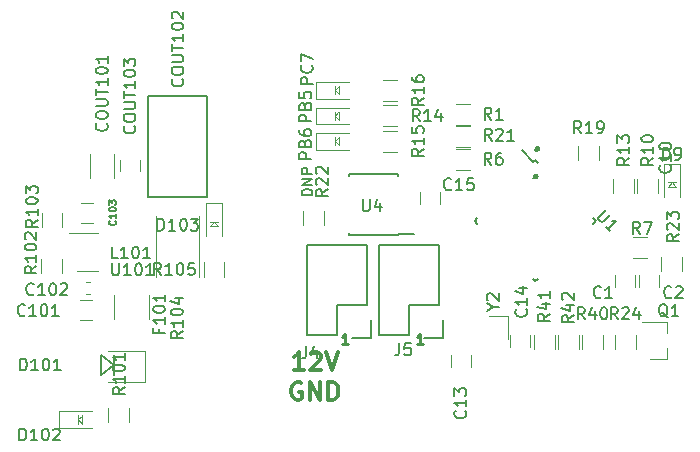
<source format=gbr>
G04 #@! TF.GenerationSoftware,KiCad,Pcbnew,5.1.4-e60b266~84~ubuntu18.04.1*
G04 #@! TF.CreationDate,2019-12-14T18:51:20-05:00*
G04 #@! TF.ProjectId,dashboard_MKV_ewan,64617368-626f-4617-9264-5f4d4b565f65,rev?*
G04 #@! TF.SameCoordinates,Original*
G04 #@! TF.FileFunction,Legend,Top*
G04 #@! TF.FilePolarity,Positive*
%FSLAX46Y46*%
G04 Gerber Fmt 4.6, Leading zero omitted, Abs format (unit mm)*
G04 Created by KiCad (PCBNEW 5.1.4-e60b266~84~ubuntu18.04.1) date 2019-12-14 18:51:20*
%MOMM*%
%LPD*%
G04 APERTURE LIST*
%ADD10C,0.173000*%
%ADD11C,0.300000*%
%ADD12C,0.222600*%
%ADD13C,0.150000*%
%ADD14C,0.120000*%
%ADD15C,0.500000*%
%ADD16C,0.100000*%
%ADD17C,0.200000*%
G04 APERTURE END LIST*
D10*
X194458800Y-75058800D02*
X193568400Y-75058800D01*
X193568400Y-74846800D01*
X193610800Y-74719600D01*
X193695600Y-74634800D01*
X193780400Y-74592400D01*
X193950000Y-74550000D01*
X194077200Y-74550000D01*
X194246800Y-74592400D01*
X194331600Y-74634800D01*
X194416400Y-74719600D01*
X194458800Y-74846800D01*
X194458800Y-75058800D01*
X194458800Y-74168400D02*
X193568400Y-74168400D01*
X194458800Y-73659600D01*
X193568400Y-73659600D01*
X194458800Y-73235600D02*
X193568400Y-73235600D01*
X193568400Y-72896400D01*
X193610800Y-72811600D01*
X193653200Y-72769200D01*
X193738000Y-72726800D01*
X193865200Y-72726800D01*
X193950000Y-72769200D01*
X193992400Y-72811600D01*
X194034800Y-72896400D01*
X194034800Y-73235600D01*
D11*
X193762428Y-89827571D02*
X192905285Y-89827571D01*
X193333857Y-89827571D02*
X193333857Y-88327571D01*
X193191000Y-88541857D01*
X193048142Y-88684714D01*
X192905285Y-88756142D01*
X194333857Y-88470428D02*
X194405285Y-88399000D01*
X194548142Y-88327571D01*
X194905285Y-88327571D01*
X195048142Y-88399000D01*
X195119571Y-88470428D01*
X195191000Y-88613285D01*
X195191000Y-88756142D01*
X195119571Y-88970428D01*
X194262428Y-89827571D01*
X195191000Y-89827571D01*
X195619571Y-88327571D02*
X196119571Y-89827571D01*
X196619571Y-88327571D01*
X193548142Y-90949000D02*
X193405285Y-90877571D01*
X193191000Y-90877571D01*
X192976714Y-90949000D01*
X192833857Y-91091857D01*
X192762428Y-91234714D01*
X192691000Y-91520428D01*
X192691000Y-91734714D01*
X192762428Y-92020428D01*
X192833857Y-92163285D01*
X192976714Y-92306142D01*
X193191000Y-92377571D01*
X193333857Y-92377571D01*
X193548142Y-92306142D01*
X193619571Y-92234714D01*
X193619571Y-91734714D01*
X193333857Y-91734714D01*
X194262428Y-92377571D02*
X194262428Y-90877571D01*
X195119571Y-92377571D01*
X195119571Y-90877571D01*
X195833857Y-92377571D02*
X195833857Y-90877571D01*
X196191000Y-90877571D01*
X196405285Y-90949000D01*
X196548142Y-91091857D01*
X196619571Y-91234714D01*
X196691000Y-91520428D01*
X196691000Y-91734714D01*
X196619571Y-92020428D01*
X196548142Y-92163285D01*
X196405285Y-92306142D01*
X196191000Y-92377571D01*
X195833857Y-92377571D01*
D12*
X203835400Y-87651800D02*
X203326600Y-87651800D01*
X203581000Y-87651800D02*
X203581000Y-86761400D01*
X203496200Y-86888600D01*
X203411400Y-86973400D01*
X203326600Y-87015800D01*
X197485400Y-87651800D02*
X196976600Y-87651800D01*
X197231000Y-87651800D02*
X197231000Y-86761400D01*
X197146200Y-86888600D01*
X197061400Y-86973400D01*
X196976600Y-87015800D01*
D13*
X201719000Y-78394000D02*
X201719000Y-78344000D01*
X197569000Y-78394000D02*
X197569000Y-78249000D01*
X197569000Y-73244000D02*
X197569000Y-73389000D01*
X201719000Y-73244000D02*
X201719000Y-73389000D01*
X201719000Y-78394000D02*
X197569000Y-78394000D01*
X201719000Y-73244000D02*
X197569000Y-73244000D01*
X201719000Y-78344000D02*
X203119000Y-78344000D01*
D14*
X193684000Y-77562000D02*
X193684000Y-76362000D01*
X195444000Y-76362000D02*
X195444000Y-77562000D01*
D15*
X213392840Y-73462253D02*
G75*
G03X213392840Y-73462253I-50801J0D01*
G01*
X213536524Y-71127386D02*
G75*
G03X213536524Y-71127386I-50800J0D01*
G01*
D13*
X213360000Y-72089476D02*
X213200901Y-72248575D01*
X218486524Y-77216000D02*
X218256714Y-77445810D01*
X213360000Y-82342524D02*
X213589810Y-82112714D01*
X208233476Y-77216000D02*
X208463286Y-76986190D01*
X213360000Y-72089476D02*
X213589810Y-72319286D01*
X208233476Y-77216000D02*
X208463286Y-77445810D01*
X213360000Y-82342524D02*
X213130190Y-82112714D01*
X218486524Y-77216000D02*
X218256714Y-76986190D01*
X213200901Y-72248575D02*
X212193274Y-71240948D01*
D16*
X211023000Y-85249000D02*
X209423000Y-85249000D01*
X211023000Y-85249000D02*
X211023000Y-87249000D01*
D14*
X218761200Y-70901000D02*
X218761200Y-72101000D01*
X217001200Y-72101000D02*
X217001200Y-70901000D01*
D13*
X185557800Y-75172700D02*
X180557800Y-75172700D01*
X185557800Y-66672700D02*
X185557800Y-75172700D01*
X180557800Y-66672700D02*
X185557800Y-66672700D01*
X180557800Y-75172700D02*
X180557800Y-66672700D01*
D14*
X174937800Y-77380200D02*
X175937800Y-77380200D01*
X175937800Y-75680200D02*
X174937800Y-75680200D01*
X180664300Y-83531200D02*
X180664300Y-85531200D01*
X177704300Y-85531200D02*
X177704300Y-83531200D01*
X171555520Y-77757580D02*
X171555520Y-76557580D01*
X173315520Y-76557580D02*
X173315520Y-77757580D01*
X173300280Y-80443780D02*
X173300280Y-81643780D01*
X171540280Y-81643780D02*
X171540280Y-80443780D01*
X187041200Y-80741000D02*
X187041200Y-81941000D01*
X185281200Y-81941000D02*
X185281200Y-80741000D01*
X181242880Y-81973800D02*
X181242880Y-76773800D01*
X184882880Y-76773800D02*
X184882880Y-81973800D01*
X174522600Y-81434400D02*
X176322600Y-81434400D01*
X176322600Y-78214400D02*
X173872600Y-78214400D01*
X175687800Y-71553700D02*
X175687800Y-73553700D01*
X177727800Y-73553700D02*
X177727800Y-71553700D01*
X178207300Y-72029700D02*
X178207300Y-73029700D01*
X179907300Y-73029700D02*
X179907300Y-72029700D01*
D17*
X176552300Y-88547700D02*
X177652300Y-89447700D01*
X176552300Y-90247700D02*
X176552300Y-88547700D01*
X177652300Y-89447700D02*
X176552300Y-90247700D01*
X177652300Y-90247700D02*
X177652300Y-88547700D01*
D14*
X180327300Y-90881200D02*
X180327300Y-88214200D01*
X180327300Y-88214200D02*
X177152300Y-88214200D01*
X180327300Y-90881200D02*
X177152300Y-90881200D01*
D16*
X185811200Y-77341000D02*
X186161200Y-77341000D01*
X186161200Y-77341000D02*
X186511200Y-77341000D01*
X185811200Y-77691000D02*
X186161200Y-77341000D01*
X185861200Y-77691000D02*
X185811200Y-77691000D01*
X185811200Y-77691000D02*
X185861200Y-77691000D01*
X186511200Y-77691000D02*
X185861200Y-77691000D01*
X186461200Y-77641000D02*
X186511200Y-77691000D01*
X186161200Y-77341000D02*
X186461200Y-77641000D01*
D14*
X186861200Y-75741000D02*
X185461200Y-75741000D01*
X185461200Y-75741000D02*
X185461200Y-78541000D01*
X186861200Y-75741000D02*
X186861200Y-78541000D01*
D16*
X174653600Y-94380800D02*
X174653600Y-94030800D01*
X174653600Y-94030800D02*
X174653600Y-93680800D01*
X175003600Y-94380800D02*
X174653600Y-94030800D01*
X175003600Y-94330800D02*
X175003600Y-94380800D01*
X175003600Y-94380800D02*
X175003600Y-94330800D01*
X175003600Y-93680800D02*
X175003600Y-94330800D01*
X174953600Y-93730800D02*
X175003600Y-93680800D01*
X174653600Y-94030800D02*
X174953600Y-93730800D01*
D14*
X173053600Y-93330800D02*
X173053600Y-94730800D01*
X173053600Y-94730800D02*
X175853600Y-94730800D01*
X173053600Y-93330800D02*
X175853600Y-93330800D01*
X177199400Y-94275200D02*
X177199400Y-93075200D01*
X178959400Y-93075200D02*
X178959400Y-94275200D01*
X175826800Y-83899640D02*
X174826800Y-83899640D01*
X174826800Y-85599640D02*
X175826800Y-85599640D01*
X175680079Y-83453700D02*
X175354521Y-83453700D01*
X175680079Y-82433700D02*
X175354521Y-82433700D01*
X221830000Y-82796000D02*
X221830000Y-81796000D01*
X220130000Y-81796000D02*
X220130000Y-82796000D01*
X223862000Y-82796000D02*
X223862000Y-81796000D01*
X222162000Y-81796000D02*
X222162000Y-82796000D01*
X206210800Y-88603200D02*
X206210800Y-89603200D01*
X207910800Y-89603200D02*
X207910800Y-88603200D01*
X211240000Y-86876000D02*
X211240000Y-87876000D01*
X212940000Y-87876000D02*
X212940000Y-86876000D01*
X205320000Y-75811000D02*
X205320000Y-74811000D01*
X203620000Y-74811000D02*
X203620000Y-75811000D01*
D16*
X196396000Y-68676000D02*
X196396000Y-68326000D01*
X196396000Y-68326000D02*
X196396000Y-67976000D01*
X196746000Y-68676000D02*
X196396000Y-68326000D01*
X196746000Y-68626000D02*
X196746000Y-68676000D01*
X196746000Y-68676000D02*
X196746000Y-68626000D01*
X196746000Y-67976000D02*
X196746000Y-68626000D01*
X196696000Y-68026000D02*
X196746000Y-67976000D01*
X196396000Y-68326000D02*
X196696000Y-68026000D01*
D14*
X194796000Y-67626000D02*
X194796000Y-69026000D01*
X194796000Y-69026000D02*
X197596000Y-69026000D01*
X194796000Y-67626000D02*
X197596000Y-67626000D01*
X194796000Y-69785000D02*
X197596000Y-69785000D01*
X194796000Y-71185000D02*
X197596000Y-71185000D01*
X194796000Y-69785000D02*
X194796000Y-71185000D01*
D16*
X196396000Y-70485000D02*
X196696000Y-70185000D01*
X196696000Y-70185000D02*
X196746000Y-70135000D01*
X196746000Y-70135000D02*
X196746000Y-70785000D01*
X196746000Y-70835000D02*
X196746000Y-70785000D01*
X196746000Y-70785000D02*
X196746000Y-70835000D01*
X196746000Y-70835000D02*
X196396000Y-70485000D01*
X196396000Y-70485000D02*
X196396000Y-70135000D01*
X196396000Y-70835000D02*
X196396000Y-70485000D01*
D14*
X194796000Y-65467000D02*
X197596000Y-65467000D01*
X194796000Y-66867000D02*
X197596000Y-66867000D01*
X194796000Y-65467000D02*
X194796000Y-66867000D01*
D16*
X196396000Y-66167000D02*
X196696000Y-65867000D01*
X196696000Y-65867000D02*
X196746000Y-65817000D01*
X196746000Y-65817000D02*
X196746000Y-66467000D01*
X196746000Y-66517000D02*
X196746000Y-66467000D01*
X196746000Y-66467000D02*
X196746000Y-66517000D01*
X196746000Y-66517000D02*
X196396000Y-66167000D01*
X196396000Y-66167000D02*
X196396000Y-65817000D01*
X196396000Y-66517000D02*
X196396000Y-66167000D01*
D14*
X225617000Y-72368000D02*
X225617000Y-75168000D01*
X224217000Y-72368000D02*
X224217000Y-75168000D01*
X225617000Y-72368000D02*
X224217000Y-72368000D01*
D16*
X224917000Y-73968000D02*
X225217000Y-74268000D01*
X225217000Y-74268000D02*
X225267000Y-74318000D01*
X225267000Y-74318000D02*
X224617000Y-74318000D01*
X224567000Y-74318000D02*
X224617000Y-74318000D01*
X224617000Y-74318000D02*
X224567000Y-74318000D01*
X224567000Y-74318000D02*
X224917000Y-73968000D01*
X224917000Y-73968000D02*
X225267000Y-73968000D01*
X224567000Y-73968000D02*
X224917000Y-73968000D01*
D13*
X199136000Y-84328000D02*
X199136000Y-79248000D01*
X199416000Y-87148000D02*
X197866000Y-87148000D01*
X196596000Y-86868000D02*
X196596000Y-84328000D01*
X196596000Y-84328000D02*
X199136000Y-84328000D01*
X199136000Y-79248000D02*
X194056000Y-79248000D01*
X194056000Y-79248000D02*
X194056000Y-84328000D01*
X199416000Y-87148000D02*
X199416000Y-85598000D01*
X194056000Y-86868000D02*
X196596000Y-86868000D01*
X194056000Y-84328000D02*
X194056000Y-86868000D01*
X200152000Y-84328000D02*
X200152000Y-86868000D01*
X200152000Y-86868000D02*
X202692000Y-86868000D01*
X205512000Y-87148000D02*
X205512000Y-85598000D01*
X200152000Y-79248000D02*
X200152000Y-84328000D01*
X205232000Y-79248000D02*
X200152000Y-79248000D01*
X202692000Y-84328000D02*
X205232000Y-84328000D01*
X202692000Y-86868000D02*
X202692000Y-84328000D01*
X205512000Y-87148000D02*
X203962000Y-87148000D01*
X205232000Y-84328000D02*
X205232000Y-79248000D01*
D14*
X224534000Y-88956000D02*
X224534000Y-88026000D01*
X224534000Y-85796000D02*
X224534000Y-86726000D01*
X224534000Y-85796000D02*
X222374000Y-85796000D01*
X224534000Y-88956000D02*
X223074000Y-88956000D01*
X206664000Y-67319000D02*
X207864000Y-67319000D01*
X207864000Y-69079000D02*
X206664000Y-69079000D01*
X207864000Y-72889000D02*
X206664000Y-72889000D01*
X206664000Y-71129000D02*
X207864000Y-71129000D01*
X222850000Y-80382000D02*
X221650000Y-80382000D01*
X221650000Y-78622000D02*
X222850000Y-78622000D01*
X222005000Y-74895000D02*
X222005000Y-73695000D01*
X223765000Y-73695000D02*
X223765000Y-74895000D01*
X219973000Y-74895000D02*
X219973000Y-73695000D01*
X221733000Y-73695000D02*
X221733000Y-74895000D01*
X200441000Y-67446000D02*
X201641000Y-67446000D01*
X201641000Y-69206000D02*
X200441000Y-69206000D01*
X201641000Y-71365000D02*
X200441000Y-71365000D01*
X200441000Y-69605000D02*
X201641000Y-69605000D01*
X201641000Y-67047000D02*
X200441000Y-67047000D01*
X200441000Y-65287000D02*
X201641000Y-65287000D01*
X206664000Y-69224000D02*
X207864000Y-69224000D01*
X207864000Y-70984000D02*
X206664000Y-70984000D01*
X224037000Y-81499000D02*
X224037000Y-80299000D01*
X225797000Y-80299000D02*
X225797000Y-81499000D01*
X221860000Y-86903000D02*
X221860000Y-88103000D01*
X220100000Y-88103000D02*
X220100000Y-86903000D01*
X217306000Y-88103000D02*
X217306000Y-86903000D01*
X219066000Y-86903000D02*
X219066000Y-88103000D01*
X213242000Y-88103000D02*
X213242000Y-86903000D01*
X215002000Y-86903000D02*
X215002000Y-88103000D01*
X215274000Y-88103000D02*
X215274000Y-86903000D01*
X217034000Y-86903000D02*
X217034000Y-88103000D01*
D13*
X198755095Y-75398380D02*
X198755095Y-76207904D01*
X198802714Y-76303142D01*
X198850333Y-76350761D01*
X198945571Y-76398380D01*
X199136047Y-76398380D01*
X199231285Y-76350761D01*
X199278904Y-76303142D01*
X199326523Y-76207904D01*
X199326523Y-75398380D01*
X200231285Y-75731714D02*
X200231285Y-76398380D01*
X199993190Y-75350761D02*
X199755095Y-76065047D01*
X200374142Y-76065047D01*
X195778380Y-74556857D02*
X195302190Y-74890190D01*
X195778380Y-75128285D02*
X194778380Y-75128285D01*
X194778380Y-74747333D01*
X194826000Y-74652095D01*
X194873619Y-74604476D01*
X194968857Y-74556857D01*
X195111714Y-74556857D01*
X195206952Y-74604476D01*
X195254571Y-74652095D01*
X195302190Y-74747333D01*
X195302190Y-75128285D01*
X194873619Y-74175904D02*
X194826000Y-74128285D01*
X194778380Y-74033047D01*
X194778380Y-73794952D01*
X194826000Y-73699714D01*
X194873619Y-73652095D01*
X194968857Y-73604476D01*
X195064095Y-73604476D01*
X195206952Y-73652095D01*
X195778380Y-74223523D01*
X195778380Y-73604476D01*
X194873619Y-73223523D02*
X194826000Y-73175904D01*
X194778380Y-73080666D01*
X194778380Y-72842571D01*
X194826000Y-72747333D01*
X194873619Y-72699714D01*
X194968857Y-72652095D01*
X195064095Y-72652095D01*
X195206952Y-72699714D01*
X195778380Y-73271142D01*
X195778380Y-72652095D01*
X219315051Y-76290026D02*
X218742631Y-76862446D01*
X218708959Y-76963461D01*
X218708959Y-77030805D01*
X218742631Y-77131820D01*
X218877318Y-77266507D01*
X218978333Y-77300179D01*
X219045677Y-77300179D01*
X219146692Y-77266507D01*
X219719112Y-76694087D01*
X219719112Y-78108301D02*
X219315051Y-77704240D01*
X219517081Y-77906270D02*
X220224188Y-77199164D01*
X220055829Y-77232835D01*
X219921142Y-77232835D01*
X219820127Y-77199164D01*
X209780190Y-84550190D02*
X210256380Y-84550190D01*
X209256380Y-84883523D02*
X209780190Y-84550190D01*
X209256380Y-84216857D01*
X209351619Y-83931142D02*
X209304000Y-83883523D01*
X209256380Y-83788285D01*
X209256380Y-83550190D01*
X209304000Y-83454952D01*
X209351619Y-83407333D01*
X209446857Y-83359714D01*
X209542095Y-83359714D01*
X209684952Y-83407333D01*
X210256380Y-83978761D01*
X210256380Y-83359714D01*
X217238342Y-69794380D02*
X216905009Y-69318190D01*
X216666914Y-69794380D02*
X216666914Y-68794380D01*
X217047866Y-68794380D01*
X217143104Y-68842000D01*
X217190723Y-68889619D01*
X217238342Y-68984857D01*
X217238342Y-69127714D01*
X217190723Y-69222952D01*
X217143104Y-69270571D01*
X217047866Y-69318190D01*
X216666914Y-69318190D01*
X218190723Y-69794380D02*
X217619295Y-69794380D01*
X217905009Y-69794380D02*
X217905009Y-68794380D01*
X217809771Y-68937238D01*
X217714533Y-69032476D01*
X217619295Y-69080095D01*
X218666914Y-69794380D02*
X218857390Y-69794380D01*
X218952628Y-69746761D01*
X219000247Y-69699142D01*
X219095485Y-69556285D01*
X219143104Y-69365809D01*
X219143104Y-68984857D01*
X219095485Y-68889619D01*
X219047866Y-68842000D01*
X218952628Y-68794380D01*
X218762152Y-68794380D01*
X218666914Y-68842000D01*
X218619295Y-68889619D01*
X218571676Y-68984857D01*
X218571676Y-69222952D01*
X218619295Y-69318190D01*
X218666914Y-69365809D01*
X218762152Y-69413428D01*
X218952628Y-69413428D01*
X219047866Y-69365809D01*
X219095485Y-69318190D01*
X219143104Y-69222952D01*
X183463942Y-65224619D02*
X183511561Y-65272238D01*
X183559180Y-65415095D01*
X183559180Y-65510333D01*
X183511561Y-65653190D01*
X183416323Y-65748428D01*
X183321085Y-65796047D01*
X183130609Y-65843666D01*
X182987752Y-65843666D01*
X182797276Y-65796047D01*
X182702038Y-65748428D01*
X182606800Y-65653190D01*
X182559180Y-65510333D01*
X182559180Y-65415095D01*
X182606800Y-65272238D01*
X182654419Y-65224619D01*
X182559180Y-64605571D02*
X182559180Y-64415095D01*
X182606800Y-64319857D01*
X182702038Y-64224619D01*
X182892514Y-64177000D01*
X183225847Y-64177000D01*
X183416323Y-64224619D01*
X183511561Y-64319857D01*
X183559180Y-64415095D01*
X183559180Y-64605571D01*
X183511561Y-64700809D01*
X183416323Y-64796047D01*
X183225847Y-64843666D01*
X182892514Y-64843666D01*
X182702038Y-64796047D01*
X182606800Y-64700809D01*
X182559180Y-64605571D01*
X182559180Y-63748428D02*
X183368704Y-63748428D01*
X183463942Y-63700809D01*
X183511561Y-63653190D01*
X183559180Y-63557952D01*
X183559180Y-63367476D01*
X183511561Y-63272238D01*
X183463942Y-63224619D01*
X183368704Y-63177000D01*
X182559180Y-63177000D01*
X182559180Y-62843666D02*
X182559180Y-62272238D01*
X183559180Y-62557952D02*
X182559180Y-62557952D01*
X183559180Y-61415095D02*
X183559180Y-61986523D01*
X183559180Y-61700809D02*
X182559180Y-61700809D01*
X182702038Y-61796047D01*
X182797276Y-61891285D01*
X182844895Y-61986523D01*
X182559180Y-60796047D02*
X182559180Y-60700809D01*
X182606800Y-60605571D01*
X182654419Y-60557952D01*
X182749657Y-60510333D01*
X182940133Y-60462714D01*
X183178228Y-60462714D01*
X183368704Y-60510333D01*
X183463942Y-60557952D01*
X183511561Y-60605571D01*
X183559180Y-60700809D01*
X183559180Y-60796047D01*
X183511561Y-60891285D01*
X183463942Y-60938904D01*
X183368704Y-60986523D01*
X183178228Y-61034142D01*
X182940133Y-61034142D01*
X182749657Y-60986523D01*
X182654419Y-60938904D01*
X182606800Y-60891285D01*
X182559180Y-60796047D01*
X182654419Y-60081761D02*
X182606800Y-60034142D01*
X182559180Y-59938904D01*
X182559180Y-59700809D01*
X182606800Y-59605571D01*
X182654419Y-59557952D01*
X182749657Y-59510333D01*
X182844895Y-59510333D01*
X182987752Y-59557952D01*
X183559180Y-60129380D01*
X183559180Y-59510333D01*
X177811085Y-77204828D02*
X177839657Y-77233400D01*
X177868228Y-77319114D01*
X177868228Y-77376257D01*
X177839657Y-77461971D01*
X177782514Y-77519114D01*
X177725371Y-77547685D01*
X177611085Y-77576257D01*
X177525371Y-77576257D01*
X177411085Y-77547685D01*
X177353942Y-77519114D01*
X177296800Y-77461971D01*
X177268228Y-77376257D01*
X177268228Y-77319114D01*
X177296800Y-77233400D01*
X177325371Y-77204828D01*
X177868228Y-76633400D02*
X177868228Y-76976257D01*
X177868228Y-76804828D02*
X177268228Y-76804828D01*
X177353942Y-76861971D01*
X177411085Y-76919114D01*
X177439657Y-76976257D01*
X177268228Y-76261971D02*
X177268228Y-76204828D01*
X177296800Y-76147685D01*
X177325371Y-76119114D01*
X177382514Y-76090542D01*
X177496800Y-76061971D01*
X177639657Y-76061971D01*
X177753942Y-76090542D01*
X177811085Y-76119114D01*
X177839657Y-76147685D01*
X177868228Y-76204828D01*
X177868228Y-76261971D01*
X177839657Y-76319114D01*
X177811085Y-76347685D01*
X177753942Y-76376257D01*
X177639657Y-76404828D01*
X177496800Y-76404828D01*
X177382514Y-76376257D01*
X177325371Y-76347685D01*
X177296800Y-76319114D01*
X177268228Y-76261971D01*
X177268228Y-75861971D02*
X177268228Y-75490542D01*
X177496800Y-75690542D01*
X177496800Y-75604828D01*
X177525371Y-75547685D01*
X177553942Y-75519114D01*
X177611085Y-75490542D01*
X177753942Y-75490542D01*
X177811085Y-75519114D01*
X177839657Y-75547685D01*
X177868228Y-75604828D01*
X177868228Y-75776257D01*
X177839657Y-75833400D01*
X177811085Y-75861971D01*
X181485371Y-86412714D02*
X181485371Y-86746047D01*
X182009180Y-86746047D02*
X181009180Y-86746047D01*
X181009180Y-86269857D01*
X182009180Y-85365095D02*
X182009180Y-85936523D01*
X182009180Y-85650809D02*
X181009180Y-85650809D01*
X181152038Y-85746047D01*
X181247276Y-85841285D01*
X181294895Y-85936523D01*
X181009180Y-84746047D02*
X181009180Y-84650809D01*
X181056800Y-84555571D01*
X181104419Y-84507952D01*
X181199657Y-84460333D01*
X181390133Y-84412714D01*
X181628228Y-84412714D01*
X181818704Y-84460333D01*
X181913942Y-84507952D01*
X181961561Y-84555571D01*
X182009180Y-84650809D01*
X182009180Y-84746047D01*
X181961561Y-84841285D01*
X181913942Y-84888904D01*
X181818704Y-84936523D01*
X181628228Y-84984142D01*
X181390133Y-84984142D01*
X181199657Y-84936523D01*
X181104419Y-84888904D01*
X181056800Y-84841285D01*
X181009180Y-84746047D01*
X182009180Y-83460333D02*
X182009180Y-84031761D01*
X182009180Y-83746047D02*
X181009180Y-83746047D01*
X181152038Y-83841285D01*
X181247276Y-83936523D01*
X181294895Y-84031761D01*
X177987752Y-80404380D02*
X177511561Y-80404380D01*
X177511561Y-79404380D01*
X178844895Y-80404380D02*
X178273466Y-80404380D01*
X178559180Y-80404380D02*
X178559180Y-79404380D01*
X178463942Y-79547238D01*
X178368704Y-79642476D01*
X178273466Y-79690095D01*
X179463942Y-79404380D02*
X179559180Y-79404380D01*
X179654419Y-79452000D01*
X179702038Y-79499619D01*
X179749657Y-79594857D01*
X179797276Y-79785333D01*
X179797276Y-80023428D01*
X179749657Y-80213904D01*
X179702038Y-80309142D01*
X179654419Y-80356761D01*
X179559180Y-80404380D01*
X179463942Y-80404380D01*
X179368704Y-80356761D01*
X179321085Y-80309142D01*
X179273466Y-80213904D01*
X179225847Y-80023428D01*
X179225847Y-79785333D01*
X179273466Y-79594857D01*
X179321085Y-79499619D01*
X179368704Y-79452000D01*
X179463942Y-79404380D01*
X180749657Y-80404380D02*
X180178228Y-80404380D01*
X180463942Y-80404380D02*
X180463942Y-79404380D01*
X180368704Y-79547238D01*
X180273466Y-79642476D01*
X180178228Y-79690095D01*
X171216580Y-77141247D02*
X170740390Y-77474580D01*
X171216580Y-77712676D02*
X170216580Y-77712676D01*
X170216580Y-77331723D01*
X170264200Y-77236485D01*
X170311819Y-77188866D01*
X170407057Y-77141247D01*
X170549914Y-77141247D01*
X170645152Y-77188866D01*
X170692771Y-77236485D01*
X170740390Y-77331723D01*
X170740390Y-77712676D01*
X171216580Y-76188866D02*
X171216580Y-76760295D01*
X171216580Y-76474580D02*
X170216580Y-76474580D01*
X170359438Y-76569819D01*
X170454676Y-76665057D01*
X170502295Y-76760295D01*
X170216580Y-75569819D02*
X170216580Y-75474580D01*
X170264200Y-75379342D01*
X170311819Y-75331723D01*
X170407057Y-75284104D01*
X170597533Y-75236485D01*
X170835628Y-75236485D01*
X171026104Y-75284104D01*
X171121342Y-75331723D01*
X171168961Y-75379342D01*
X171216580Y-75474580D01*
X171216580Y-75569819D01*
X171168961Y-75665057D01*
X171121342Y-75712676D01*
X171026104Y-75760295D01*
X170835628Y-75807914D01*
X170597533Y-75807914D01*
X170407057Y-75760295D01*
X170311819Y-75712676D01*
X170264200Y-75665057D01*
X170216580Y-75569819D01*
X170216580Y-74903152D02*
X170216580Y-74284104D01*
X170597533Y-74617438D01*
X170597533Y-74474580D01*
X170645152Y-74379342D01*
X170692771Y-74331723D01*
X170788009Y-74284104D01*
X171026104Y-74284104D01*
X171121342Y-74331723D01*
X171168961Y-74379342D01*
X171216580Y-74474580D01*
X171216580Y-74760295D01*
X171168961Y-74855533D01*
X171121342Y-74903152D01*
X171114980Y-81052847D02*
X170638790Y-81386180D01*
X171114980Y-81624276D02*
X170114980Y-81624276D01*
X170114980Y-81243323D01*
X170162600Y-81148085D01*
X170210219Y-81100466D01*
X170305457Y-81052847D01*
X170448314Y-81052847D01*
X170543552Y-81100466D01*
X170591171Y-81148085D01*
X170638790Y-81243323D01*
X170638790Y-81624276D01*
X171114980Y-80100466D02*
X171114980Y-80671895D01*
X171114980Y-80386180D02*
X170114980Y-80386180D01*
X170257838Y-80481419D01*
X170353076Y-80576657D01*
X170400695Y-80671895D01*
X170114980Y-79481419D02*
X170114980Y-79386180D01*
X170162600Y-79290942D01*
X170210219Y-79243323D01*
X170305457Y-79195704D01*
X170495933Y-79148085D01*
X170734028Y-79148085D01*
X170924504Y-79195704D01*
X171019742Y-79243323D01*
X171067361Y-79290942D01*
X171114980Y-79386180D01*
X171114980Y-79481419D01*
X171067361Y-79576657D01*
X171019742Y-79624276D01*
X170924504Y-79671895D01*
X170734028Y-79719514D01*
X170495933Y-79719514D01*
X170305457Y-79671895D01*
X170210219Y-79624276D01*
X170162600Y-79576657D01*
X170114980Y-79481419D01*
X170210219Y-78767133D02*
X170162600Y-78719514D01*
X170114980Y-78624276D01*
X170114980Y-78386180D01*
X170162600Y-78290942D01*
X170210219Y-78243323D01*
X170305457Y-78195704D01*
X170400695Y-78195704D01*
X170543552Y-78243323D01*
X171114980Y-78814752D01*
X171114980Y-78195704D01*
X181667152Y-81793380D02*
X181333819Y-81317190D01*
X181095723Y-81793380D02*
X181095723Y-80793380D01*
X181476676Y-80793380D01*
X181571914Y-80841000D01*
X181619533Y-80888619D01*
X181667152Y-80983857D01*
X181667152Y-81126714D01*
X181619533Y-81221952D01*
X181571914Y-81269571D01*
X181476676Y-81317190D01*
X181095723Y-81317190D01*
X182619533Y-81793380D02*
X182048104Y-81793380D01*
X182333819Y-81793380D02*
X182333819Y-80793380D01*
X182238580Y-80936238D01*
X182143342Y-81031476D01*
X182048104Y-81079095D01*
X183238580Y-80793380D02*
X183333819Y-80793380D01*
X183429057Y-80841000D01*
X183476676Y-80888619D01*
X183524295Y-80983857D01*
X183571914Y-81174333D01*
X183571914Y-81412428D01*
X183524295Y-81602904D01*
X183476676Y-81698142D01*
X183429057Y-81745761D01*
X183333819Y-81793380D01*
X183238580Y-81793380D01*
X183143342Y-81745761D01*
X183095723Y-81698142D01*
X183048104Y-81602904D01*
X183000485Y-81412428D01*
X183000485Y-81174333D01*
X183048104Y-80983857D01*
X183095723Y-80888619D01*
X183143342Y-80841000D01*
X183238580Y-80793380D01*
X184476676Y-80793380D02*
X184000485Y-80793380D01*
X183952866Y-81269571D01*
X184000485Y-81221952D01*
X184095723Y-81174333D01*
X184333819Y-81174333D01*
X184429057Y-81221952D01*
X184476676Y-81269571D01*
X184524295Y-81364809D01*
X184524295Y-81602904D01*
X184476676Y-81698142D01*
X184429057Y-81745761D01*
X184333819Y-81793380D01*
X184095723Y-81793380D01*
X184000485Y-81745761D01*
X183952866Y-81698142D01*
X183509180Y-86546047D02*
X183032990Y-86879380D01*
X183509180Y-87117476D02*
X182509180Y-87117476D01*
X182509180Y-86736523D01*
X182556800Y-86641285D01*
X182604419Y-86593666D01*
X182699657Y-86546047D01*
X182842514Y-86546047D01*
X182937752Y-86593666D01*
X182985371Y-86641285D01*
X183032990Y-86736523D01*
X183032990Y-87117476D01*
X183509180Y-85593666D02*
X183509180Y-86165095D01*
X183509180Y-85879380D02*
X182509180Y-85879380D01*
X182652038Y-85974619D01*
X182747276Y-86069857D01*
X182794895Y-86165095D01*
X182509180Y-84974619D02*
X182509180Y-84879380D01*
X182556800Y-84784142D01*
X182604419Y-84736523D01*
X182699657Y-84688904D01*
X182890133Y-84641285D01*
X183128228Y-84641285D01*
X183318704Y-84688904D01*
X183413942Y-84736523D01*
X183461561Y-84784142D01*
X183509180Y-84879380D01*
X183509180Y-84974619D01*
X183461561Y-85069857D01*
X183413942Y-85117476D01*
X183318704Y-85165095D01*
X183128228Y-85212714D01*
X182890133Y-85212714D01*
X182699657Y-85165095D01*
X182604419Y-85117476D01*
X182556800Y-85069857D01*
X182509180Y-84974619D01*
X182842514Y-83784142D02*
X183509180Y-83784142D01*
X182461561Y-84022238D02*
X183175847Y-84260333D01*
X183175847Y-83641285D01*
X177517514Y-80829380D02*
X177517514Y-81638904D01*
X177565133Y-81734142D01*
X177612752Y-81781761D01*
X177707990Y-81829380D01*
X177898466Y-81829380D01*
X177993704Y-81781761D01*
X178041323Y-81734142D01*
X178088942Y-81638904D01*
X178088942Y-80829380D01*
X179088942Y-81829380D02*
X178517514Y-81829380D01*
X178803228Y-81829380D02*
X178803228Y-80829380D01*
X178707990Y-80972238D01*
X178612752Y-81067476D01*
X178517514Y-81115095D01*
X179707990Y-80829380D02*
X179803228Y-80829380D01*
X179898466Y-80877000D01*
X179946085Y-80924619D01*
X179993704Y-81019857D01*
X180041323Y-81210333D01*
X180041323Y-81448428D01*
X179993704Y-81638904D01*
X179946085Y-81734142D01*
X179898466Y-81781761D01*
X179803228Y-81829380D01*
X179707990Y-81829380D01*
X179612752Y-81781761D01*
X179565133Y-81734142D01*
X179517514Y-81638904D01*
X179469895Y-81448428D01*
X179469895Y-81210333D01*
X179517514Y-81019857D01*
X179565133Y-80924619D01*
X179612752Y-80877000D01*
X179707990Y-80829380D01*
X180993704Y-81829380D02*
X180422276Y-81829380D01*
X180707990Y-81829380D02*
X180707990Y-80829380D01*
X180612752Y-80972238D01*
X180517514Y-81067476D01*
X180422276Y-81115095D01*
X177063942Y-68974619D02*
X177111561Y-69022238D01*
X177159180Y-69165095D01*
X177159180Y-69260333D01*
X177111561Y-69403190D01*
X177016323Y-69498428D01*
X176921085Y-69546047D01*
X176730609Y-69593666D01*
X176587752Y-69593666D01*
X176397276Y-69546047D01*
X176302038Y-69498428D01*
X176206800Y-69403190D01*
X176159180Y-69260333D01*
X176159180Y-69165095D01*
X176206800Y-69022238D01*
X176254419Y-68974619D01*
X176159180Y-68355571D02*
X176159180Y-68165095D01*
X176206800Y-68069857D01*
X176302038Y-67974619D01*
X176492514Y-67927000D01*
X176825847Y-67927000D01*
X177016323Y-67974619D01*
X177111561Y-68069857D01*
X177159180Y-68165095D01*
X177159180Y-68355571D01*
X177111561Y-68450809D01*
X177016323Y-68546047D01*
X176825847Y-68593666D01*
X176492514Y-68593666D01*
X176302038Y-68546047D01*
X176206800Y-68450809D01*
X176159180Y-68355571D01*
X176159180Y-67498428D02*
X176968704Y-67498428D01*
X177063942Y-67450809D01*
X177111561Y-67403190D01*
X177159180Y-67307952D01*
X177159180Y-67117476D01*
X177111561Y-67022238D01*
X177063942Y-66974619D01*
X176968704Y-66927000D01*
X176159180Y-66927000D01*
X176159180Y-66593666D02*
X176159180Y-66022238D01*
X177159180Y-66307952D02*
X176159180Y-66307952D01*
X177159180Y-65165095D02*
X177159180Y-65736523D01*
X177159180Y-65450809D02*
X176159180Y-65450809D01*
X176302038Y-65546047D01*
X176397276Y-65641285D01*
X176444895Y-65736523D01*
X176159180Y-64546047D02*
X176159180Y-64450809D01*
X176206800Y-64355571D01*
X176254419Y-64307952D01*
X176349657Y-64260333D01*
X176540133Y-64212714D01*
X176778228Y-64212714D01*
X176968704Y-64260333D01*
X177063942Y-64307952D01*
X177111561Y-64355571D01*
X177159180Y-64450809D01*
X177159180Y-64546047D01*
X177111561Y-64641285D01*
X177063942Y-64688904D01*
X176968704Y-64736523D01*
X176778228Y-64784142D01*
X176540133Y-64784142D01*
X176349657Y-64736523D01*
X176254419Y-64688904D01*
X176206800Y-64641285D01*
X176159180Y-64546047D01*
X177159180Y-63260333D02*
X177159180Y-63831761D01*
X177159180Y-63546047D02*
X176159180Y-63546047D01*
X176302038Y-63641285D01*
X176397276Y-63736523D01*
X176444895Y-63831761D01*
X179413942Y-69199619D02*
X179461561Y-69247238D01*
X179509180Y-69390095D01*
X179509180Y-69485333D01*
X179461561Y-69628190D01*
X179366323Y-69723428D01*
X179271085Y-69771047D01*
X179080609Y-69818666D01*
X178937752Y-69818666D01*
X178747276Y-69771047D01*
X178652038Y-69723428D01*
X178556800Y-69628190D01*
X178509180Y-69485333D01*
X178509180Y-69390095D01*
X178556800Y-69247238D01*
X178604419Y-69199619D01*
X178509180Y-68580571D02*
X178509180Y-68390095D01*
X178556800Y-68294857D01*
X178652038Y-68199619D01*
X178842514Y-68152000D01*
X179175847Y-68152000D01*
X179366323Y-68199619D01*
X179461561Y-68294857D01*
X179509180Y-68390095D01*
X179509180Y-68580571D01*
X179461561Y-68675809D01*
X179366323Y-68771047D01*
X179175847Y-68818666D01*
X178842514Y-68818666D01*
X178652038Y-68771047D01*
X178556800Y-68675809D01*
X178509180Y-68580571D01*
X178509180Y-67723428D02*
X179318704Y-67723428D01*
X179413942Y-67675809D01*
X179461561Y-67628190D01*
X179509180Y-67532952D01*
X179509180Y-67342476D01*
X179461561Y-67247238D01*
X179413942Y-67199619D01*
X179318704Y-67152000D01*
X178509180Y-67152000D01*
X178509180Y-66818666D02*
X178509180Y-66247238D01*
X179509180Y-66532952D02*
X178509180Y-66532952D01*
X179509180Y-65390095D02*
X179509180Y-65961523D01*
X179509180Y-65675809D02*
X178509180Y-65675809D01*
X178652038Y-65771047D01*
X178747276Y-65866285D01*
X178794895Y-65961523D01*
X178509180Y-64771047D02*
X178509180Y-64675809D01*
X178556800Y-64580571D01*
X178604419Y-64532952D01*
X178699657Y-64485333D01*
X178890133Y-64437714D01*
X179128228Y-64437714D01*
X179318704Y-64485333D01*
X179413942Y-64532952D01*
X179461561Y-64580571D01*
X179509180Y-64675809D01*
X179509180Y-64771047D01*
X179461561Y-64866285D01*
X179413942Y-64913904D01*
X179318704Y-64961523D01*
X179128228Y-65009142D01*
X178890133Y-65009142D01*
X178699657Y-64961523D01*
X178604419Y-64913904D01*
X178556800Y-64866285D01*
X178509180Y-64771047D01*
X178509180Y-64104380D02*
X178509180Y-63485333D01*
X178890133Y-63818666D01*
X178890133Y-63675809D01*
X178937752Y-63580571D01*
X178985371Y-63532952D01*
X179080609Y-63485333D01*
X179318704Y-63485333D01*
X179413942Y-63532952D01*
X179461561Y-63580571D01*
X179509180Y-63675809D01*
X179509180Y-63961523D01*
X179461561Y-64056761D01*
X179413942Y-64104380D01*
X169741323Y-89879380D02*
X169741323Y-88879380D01*
X169979419Y-88879380D01*
X170122276Y-88927000D01*
X170217514Y-89022238D01*
X170265133Y-89117476D01*
X170312752Y-89307952D01*
X170312752Y-89450809D01*
X170265133Y-89641285D01*
X170217514Y-89736523D01*
X170122276Y-89831761D01*
X169979419Y-89879380D01*
X169741323Y-89879380D01*
X171265133Y-89879380D02*
X170693704Y-89879380D01*
X170979419Y-89879380D02*
X170979419Y-88879380D01*
X170884180Y-89022238D01*
X170788942Y-89117476D01*
X170693704Y-89165095D01*
X171884180Y-88879380D02*
X171979419Y-88879380D01*
X172074657Y-88927000D01*
X172122276Y-88974619D01*
X172169895Y-89069857D01*
X172217514Y-89260333D01*
X172217514Y-89498428D01*
X172169895Y-89688904D01*
X172122276Y-89784142D01*
X172074657Y-89831761D01*
X171979419Y-89879380D01*
X171884180Y-89879380D01*
X171788942Y-89831761D01*
X171741323Y-89784142D01*
X171693704Y-89688904D01*
X171646085Y-89498428D01*
X171646085Y-89260333D01*
X171693704Y-89069857D01*
X171741323Y-88974619D01*
X171788942Y-88927000D01*
X171884180Y-88879380D01*
X173169895Y-89879380D02*
X172598466Y-89879380D01*
X172884180Y-89879380D02*
X172884180Y-88879380D01*
X172788942Y-89022238D01*
X172693704Y-89117476D01*
X172598466Y-89165095D01*
X181370723Y-78043380D02*
X181370723Y-77043380D01*
X181608819Y-77043380D01*
X181751676Y-77091000D01*
X181846914Y-77186238D01*
X181894533Y-77281476D01*
X181942152Y-77471952D01*
X181942152Y-77614809D01*
X181894533Y-77805285D01*
X181846914Y-77900523D01*
X181751676Y-77995761D01*
X181608819Y-78043380D01*
X181370723Y-78043380D01*
X182894533Y-78043380D02*
X182323104Y-78043380D01*
X182608819Y-78043380D02*
X182608819Y-77043380D01*
X182513580Y-77186238D01*
X182418342Y-77281476D01*
X182323104Y-77329095D01*
X183513580Y-77043380D02*
X183608819Y-77043380D01*
X183704057Y-77091000D01*
X183751676Y-77138619D01*
X183799295Y-77233857D01*
X183846914Y-77424333D01*
X183846914Y-77662428D01*
X183799295Y-77852904D01*
X183751676Y-77948142D01*
X183704057Y-77995761D01*
X183608819Y-78043380D01*
X183513580Y-78043380D01*
X183418342Y-77995761D01*
X183370723Y-77948142D01*
X183323104Y-77852904D01*
X183275485Y-77662428D01*
X183275485Y-77424333D01*
X183323104Y-77233857D01*
X183370723Y-77138619D01*
X183418342Y-77091000D01*
X183513580Y-77043380D01*
X184180247Y-77043380D02*
X184799295Y-77043380D01*
X184465961Y-77424333D01*
X184608819Y-77424333D01*
X184704057Y-77471952D01*
X184751676Y-77519571D01*
X184799295Y-77614809D01*
X184799295Y-77852904D01*
X184751676Y-77948142D01*
X184704057Y-77995761D01*
X184608819Y-78043380D01*
X184323104Y-78043380D01*
X184227866Y-77995761D01*
X184180247Y-77948142D01*
X169683323Y-95803980D02*
X169683323Y-94803980D01*
X169921419Y-94803980D01*
X170064276Y-94851600D01*
X170159514Y-94946838D01*
X170207133Y-95042076D01*
X170254752Y-95232552D01*
X170254752Y-95375409D01*
X170207133Y-95565885D01*
X170159514Y-95661123D01*
X170064276Y-95756361D01*
X169921419Y-95803980D01*
X169683323Y-95803980D01*
X171207133Y-95803980D02*
X170635704Y-95803980D01*
X170921419Y-95803980D02*
X170921419Y-94803980D01*
X170826180Y-94946838D01*
X170730942Y-95042076D01*
X170635704Y-95089695D01*
X171826180Y-94803980D02*
X171921419Y-94803980D01*
X172016657Y-94851600D01*
X172064276Y-94899219D01*
X172111895Y-94994457D01*
X172159514Y-95184933D01*
X172159514Y-95423028D01*
X172111895Y-95613504D01*
X172064276Y-95708742D01*
X172016657Y-95756361D01*
X171921419Y-95803980D01*
X171826180Y-95803980D01*
X171730942Y-95756361D01*
X171683323Y-95708742D01*
X171635704Y-95613504D01*
X171588085Y-95423028D01*
X171588085Y-95184933D01*
X171635704Y-94994457D01*
X171683323Y-94899219D01*
X171730942Y-94851600D01*
X171826180Y-94803980D01*
X172540466Y-94899219D02*
X172588085Y-94851600D01*
X172683323Y-94803980D01*
X172921419Y-94803980D01*
X173016657Y-94851600D01*
X173064276Y-94899219D01*
X173111895Y-94994457D01*
X173111895Y-95089695D01*
X173064276Y-95232552D01*
X172492847Y-95803980D01*
X173111895Y-95803980D01*
X178581780Y-91294247D02*
X178105590Y-91627580D01*
X178581780Y-91865676D02*
X177581780Y-91865676D01*
X177581780Y-91484723D01*
X177629400Y-91389485D01*
X177677019Y-91341866D01*
X177772257Y-91294247D01*
X177915114Y-91294247D01*
X178010352Y-91341866D01*
X178057971Y-91389485D01*
X178105590Y-91484723D01*
X178105590Y-91865676D01*
X178581780Y-90341866D02*
X178581780Y-90913295D01*
X178581780Y-90627580D02*
X177581780Y-90627580D01*
X177724638Y-90722819D01*
X177819876Y-90818057D01*
X177867495Y-90913295D01*
X177581780Y-89722819D02*
X177581780Y-89627580D01*
X177629400Y-89532342D01*
X177677019Y-89484723D01*
X177772257Y-89437104D01*
X177962733Y-89389485D01*
X178200828Y-89389485D01*
X178391304Y-89437104D01*
X178486542Y-89484723D01*
X178534161Y-89532342D01*
X178581780Y-89627580D01*
X178581780Y-89722819D01*
X178534161Y-89818057D01*
X178486542Y-89865676D01*
X178391304Y-89913295D01*
X178200828Y-89960914D01*
X177962733Y-89960914D01*
X177772257Y-89913295D01*
X177677019Y-89865676D01*
X177629400Y-89818057D01*
X177581780Y-89722819D01*
X178581780Y-88437104D02*
X178581780Y-89008533D01*
X178581780Y-88722819D02*
X177581780Y-88722819D01*
X177724638Y-88818057D01*
X177819876Y-88913295D01*
X177867495Y-89008533D01*
X170143752Y-85193142D02*
X170096133Y-85240761D01*
X169953276Y-85288380D01*
X169858038Y-85288380D01*
X169715180Y-85240761D01*
X169619942Y-85145523D01*
X169572323Y-85050285D01*
X169524704Y-84859809D01*
X169524704Y-84716952D01*
X169572323Y-84526476D01*
X169619942Y-84431238D01*
X169715180Y-84336000D01*
X169858038Y-84288380D01*
X169953276Y-84288380D01*
X170096133Y-84336000D01*
X170143752Y-84383619D01*
X171096133Y-85288380D02*
X170524704Y-85288380D01*
X170810419Y-85288380D02*
X170810419Y-84288380D01*
X170715180Y-84431238D01*
X170619942Y-84526476D01*
X170524704Y-84574095D01*
X171715180Y-84288380D02*
X171810419Y-84288380D01*
X171905657Y-84336000D01*
X171953276Y-84383619D01*
X172000895Y-84478857D01*
X172048514Y-84669333D01*
X172048514Y-84907428D01*
X172000895Y-85097904D01*
X171953276Y-85193142D01*
X171905657Y-85240761D01*
X171810419Y-85288380D01*
X171715180Y-85288380D01*
X171619942Y-85240761D01*
X171572323Y-85193142D01*
X171524704Y-85097904D01*
X171477085Y-84907428D01*
X171477085Y-84669333D01*
X171524704Y-84478857D01*
X171572323Y-84383619D01*
X171619942Y-84336000D01*
X171715180Y-84288380D01*
X173000895Y-85288380D02*
X172429466Y-85288380D01*
X172715180Y-85288380D02*
X172715180Y-84288380D01*
X172619942Y-84431238D01*
X172524704Y-84526476D01*
X172429466Y-84574095D01*
X170889752Y-83415142D02*
X170842133Y-83462761D01*
X170699276Y-83510380D01*
X170604038Y-83510380D01*
X170461180Y-83462761D01*
X170365942Y-83367523D01*
X170318323Y-83272285D01*
X170270704Y-83081809D01*
X170270704Y-82938952D01*
X170318323Y-82748476D01*
X170365942Y-82653238D01*
X170461180Y-82558000D01*
X170604038Y-82510380D01*
X170699276Y-82510380D01*
X170842133Y-82558000D01*
X170889752Y-82605619D01*
X171842133Y-83510380D02*
X171270704Y-83510380D01*
X171556419Y-83510380D02*
X171556419Y-82510380D01*
X171461180Y-82653238D01*
X171365942Y-82748476D01*
X171270704Y-82796095D01*
X172461180Y-82510380D02*
X172556419Y-82510380D01*
X172651657Y-82558000D01*
X172699276Y-82605619D01*
X172746895Y-82700857D01*
X172794514Y-82891333D01*
X172794514Y-83129428D01*
X172746895Y-83319904D01*
X172699276Y-83415142D01*
X172651657Y-83462761D01*
X172556419Y-83510380D01*
X172461180Y-83510380D01*
X172365942Y-83462761D01*
X172318323Y-83415142D01*
X172270704Y-83319904D01*
X172223085Y-83129428D01*
X172223085Y-82891333D01*
X172270704Y-82700857D01*
X172318323Y-82605619D01*
X172365942Y-82558000D01*
X172461180Y-82510380D01*
X173175466Y-82605619D02*
X173223085Y-82558000D01*
X173318323Y-82510380D01*
X173556419Y-82510380D01*
X173651657Y-82558000D01*
X173699276Y-82605619D01*
X173746895Y-82700857D01*
X173746895Y-82796095D01*
X173699276Y-82938952D01*
X173127847Y-83510380D01*
X173746895Y-83510380D01*
X218908333Y-83669142D02*
X218860714Y-83716761D01*
X218717857Y-83764380D01*
X218622619Y-83764380D01*
X218479761Y-83716761D01*
X218384523Y-83621523D01*
X218336904Y-83526285D01*
X218289285Y-83335809D01*
X218289285Y-83192952D01*
X218336904Y-83002476D01*
X218384523Y-82907238D01*
X218479761Y-82812000D01*
X218622619Y-82764380D01*
X218717857Y-82764380D01*
X218860714Y-82812000D01*
X218908333Y-82859619D01*
X219860714Y-83764380D02*
X219289285Y-83764380D01*
X219575000Y-83764380D02*
X219575000Y-82764380D01*
X219479761Y-82907238D01*
X219384523Y-83002476D01*
X219289285Y-83050095D01*
X224877333Y-83669142D02*
X224829714Y-83716761D01*
X224686857Y-83764380D01*
X224591619Y-83764380D01*
X224448761Y-83716761D01*
X224353523Y-83621523D01*
X224305904Y-83526285D01*
X224258285Y-83335809D01*
X224258285Y-83192952D01*
X224305904Y-83002476D01*
X224353523Y-82907238D01*
X224448761Y-82812000D01*
X224591619Y-82764380D01*
X224686857Y-82764380D01*
X224829714Y-82812000D01*
X224877333Y-82859619D01*
X225258285Y-82859619D02*
X225305904Y-82812000D01*
X225401142Y-82764380D01*
X225639238Y-82764380D01*
X225734476Y-82812000D01*
X225782095Y-82859619D01*
X225829714Y-82954857D01*
X225829714Y-83050095D01*
X225782095Y-83192952D01*
X225210666Y-83764380D01*
X225829714Y-83764380D01*
X224766142Y-72524857D02*
X224813761Y-72572476D01*
X224861380Y-72715333D01*
X224861380Y-72810571D01*
X224813761Y-72953428D01*
X224718523Y-73048666D01*
X224623285Y-73096285D01*
X224432809Y-73143904D01*
X224289952Y-73143904D01*
X224099476Y-73096285D01*
X224004238Y-73048666D01*
X223909000Y-72953428D01*
X223861380Y-72810571D01*
X223861380Y-72715333D01*
X223909000Y-72572476D01*
X223956619Y-72524857D01*
X224861380Y-71572476D02*
X224861380Y-72143904D01*
X224861380Y-71858190D02*
X223861380Y-71858190D01*
X224004238Y-71953428D01*
X224099476Y-72048666D01*
X224147095Y-72143904D01*
X223861380Y-70953428D02*
X223861380Y-70858190D01*
X223909000Y-70762952D01*
X223956619Y-70715333D01*
X224051857Y-70667714D01*
X224242333Y-70620095D01*
X224480428Y-70620095D01*
X224670904Y-70667714D01*
X224766142Y-70715333D01*
X224813761Y-70762952D01*
X224861380Y-70858190D01*
X224861380Y-70953428D01*
X224813761Y-71048666D01*
X224766142Y-71096285D01*
X224670904Y-71143904D01*
X224480428Y-71191523D01*
X224242333Y-71191523D01*
X224051857Y-71143904D01*
X223956619Y-71096285D01*
X223909000Y-71048666D01*
X223861380Y-70953428D01*
X207417942Y-93302057D02*
X207465561Y-93349676D01*
X207513180Y-93492533D01*
X207513180Y-93587771D01*
X207465561Y-93730628D01*
X207370323Y-93825866D01*
X207275085Y-93873485D01*
X207084609Y-93921104D01*
X206941752Y-93921104D01*
X206751276Y-93873485D01*
X206656038Y-93825866D01*
X206560800Y-93730628D01*
X206513180Y-93587771D01*
X206513180Y-93492533D01*
X206560800Y-93349676D01*
X206608419Y-93302057D01*
X207513180Y-92349676D02*
X207513180Y-92921104D01*
X207513180Y-92635390D02*
X206513180Y-92635390D01*
X206656038Y-92730628D01*
X206751276Y-92825866D01*
X206798895Y-92921104D01*
X206513180Y-92016342D02*
X206513180Y-91397295D01*
X206894133Y-91730628D01*
X206894133Y-91587771D01*
X206941752Y-91492533D01*
X206989371Y-91444914D01*
X207084609Y-91397295D01*
X207322704Y-91397295D01*
X207417942Y-91444914D01*
X207465561Y-91492533D01*
X207513180Y-91587771D01*
X207513180Y-91873485D01*
X207465561Y-91968723D01*
X207417942Y-92016342D01*
X212574142Y-84716857D02*
X212621761Y-84764476D01*
X212669380Y-84907333D01*
X212669380Y-85002571D01*
X212621761Y-85145428D01*
X212526523Y-85240666D01*
X212431285Y-85288285D01*
X212240809Y-85335904D01*
X212097952Y-85335904D01*
X211907476Y-85288285D01*
X211812238Y-85240666D01*
X211717000Y-85145428D01*
X211669380Y-85002571D01*
X211669380Y-84907333D01*
X211717000Y-84764476D01*
X211764619Y-84716857D01*
X212669380Y-83764476D02*
X212669380Y-84335904D01*
X212669380Y-84050190D02*
X211669380Y-84050190D01*
X211812238Y-84145428D01*
X211907476Y-84240666D01*
X211955095Y-84335904D01*
X212002714Y-82907333D02*
X212669380Y-82907333D01*
X211621761Y-83145428D02*
X212336047Y-83383523D01*
X212336047Y-82764476D01*
X206240142Y-74525142D02*
X206192523Y-74572761D01*
X206049666Y-74620380D01*
X205954428Y-74620380D01*
X205811571Y-74572761D01*
X205716333Y-74477523D01*
X205668714Y-74382285D01*
X205621095Y-74191809D01*
X205621095Y-74048952D01*
X205668714Y-73858476D01*
X205716333Y-73763238D01*
X205811571Y-73668000D01*
X205954428Y-73620380D01*
X206049666Y-73620380D01*
X206192523Y-73668000D01*
X206240142Y-73715619D01*
X207192523Y-74620380D02*
X206621095Y-74620380D01*
X206906809Y-74620380D02*
X206906809Y-73620380D01*
X206811571Y-73763238D01*
X206716333Y-73858476D01*
X206621095Y-73906095D01*
X208097285Y-73620380D02*
X207621095Y-73620380D01*
X207573476Y-74096571D01*
X207621095Y-74048952D01*
X207716333Y-74001333D01*
X207954428Y-74001333D01*
X208049666Y-74048952D01*
X208097285Y-74096571D01*
X208144904Y-74191809D01*
X208144904Y-74429904D01*
X208097285Y-74525142D01*
X208049666Y-74572761D01*
X207954428Y-74620380D01*
X207716333Y-74620380D01*
X207621095Y-74572761D01*
X207573476Y-74525142D01*
X194381380Y-68802095D02*
X193381380Y-68802095D01*
X193381380Y-68421142D01*
X193429000Y-68325904D01*
X193476619Y-68278285D01*
X193571857Y-68230666D01*
X193714714Y-68230666D01*
X193809952Y-68278285D01*
X193857571Y-68325904D01*
X193905190Y-68421142D01*
X193905190Y-68802095D01*
X193857571Y-67468761D02*
X193905190Y-67325904D01*
X193952809Y-67278285D01*
X194048047Y-67230666D01*
X194190904Y-67230666D01*
X194286142Y-67278285D01*
X194333761Y-67325904D01*
X194381380Y-67421142D01*
X194381380Y-67802095D01*
X193381380Y-67802095D01*
X193381380Y-67468761D01*
X193429000Y-67373523D01*
X193476619Y-67325904D01*
X193571857Y-67278285D01*
X193667095Y-67278285D01*
X193762333Y-67325904D01*
X193809952Y-67373523D01*
X193857571Y-67468761D01*
X193857571Y-67802095D01*
X193381380Y-66325904D02*
X193381380Y-66802095D01*
X193857571Y-66849714D01*
X193809952Y-66802095D01*
X193762333Y-66706857D01*
X193762333Y-66468761D01*
X193809952Y-66373523D01*
X193857571Y-66325904D01*
X193952809Y-66278285D01*
X194190904Y-66278285D01*
X194286142Y-66325904D01*
X194333761Y-66373523D01*
X194381380Y-66468761D01*
X194381380Y-66706857D01*
X194333761Y-66802095D01*
X194286142Y-66849714D01*
X194381380Y-71977095D02*
X193381380Y-71977095D01*
X193381380Y-71596142D01*
X193429000Y-71500904D01*
X193476619Y-71453285D01*
X193571857Y-71405666D01*
X193714714Y-71405666D01*
X193809952Y-71453285D01*
X193857571Y-71500904D01*
X193905190Y-71596142D01*
X193905190Y-71977095D01*
X193857571Y-70643761D02*
X193905190Y-70500904D01*
X193952809Y-70453285D01*
X194048047Y-70405666D01*
X194190904Y-70405666D01*
X194286142Y-70453285D01*
X194333761Y-70500904D01*
X194381380Y-70596142D01*
X194381380Y-70977095D01*
X193381380Y-70977095D01*
X193381380Y-70643761D01*
X193429000Y-70548523D01*
X193476619Y-70500904D01*
X193571857Y-70453285D01*
X193667095Y-70453285D01*
X193762333Y-70500904D01*
X193809952Y-70548523D01*
X193857571Y-70643761D01*
X193857571Y-70977095D01*
X193381380Y-69548523D02*
X193381380Y-69739000D01*
X193429000Y-69834238D01*
X193476619Y-69881857D01*
X193619476Y-69977095D01*
X193809952Y-70024714D01*
X194190904Y-70024714D01*
X194286142Y-69977095D01*
X194333761Y-69929476D01*
X194381380Y-69834238D01*
X194381380Y-69643761D01*
X194333761Y-69548523D01*
X194286142Y-69500904D01*
X194190904Y-69453285D01*
X193952809Y-69453285D01*
X193857571Y-69500904D01*
X193809952Y-69548523D01*
X193762333Y-69643761D01*
X193762333Y-69834238D01*
X193809952Y-69929476D01*
X193857571Y-69977095D01*
X193952809Y-70024714D01*
X194508380Y-65627095D02*
X193508380Y-65627095D01*
X193508380Y-65246142D01*
X193556000Y-65150904D01*
X193603619Y-65103285D01*
X193698857Y-65055666D01*
X193841714Y-65055666D01*
X193936952Y-65103285D01*
X193984571Y-65150904D01*
X194032190Y-65246142D01*
X194032190Y-65627095D01*
X194413142Y-64055666D02*
X194460761Y-64103285D01*
X194508380Y-64246142D01*
X194508380Y-64341380D01*
X194460761Y-64484238D01*
X194365523Y-64579476D01*
X194270285Y-64627095D01*
X194079809Y-64674714D01*
X193936952Y-64674714D01*
X193746476Y-64627095D01*
X193651238Y-64579476D01*
X193556000Y-64484238D01*
X193508380Y-64341380D01*
X193508380Y-64246142D01*
X193556000Y-64103285D01*
X193603619Y-64055666D01*
X193508380Y-63722333D02*
X193508380Y-63055666D01*
X194508380Y-63484238D01*
X224178904Y-72037380D02*
X224178904Y-71037380D01*
X224417000Y-71037380D01*
X224559857Y-71085000D01*
X224655095Y-71180238D01*
X224702714Y-71275476D01*
X224750333Y-71465952D01*
X224750333Y-71608809D01*
X224702714Y-71799285D01*
X224655095Y-71894523D01*
X224559857Y-71989761D01*
X224417000Y-72037380D01*
X224178904Y-72037380D01*
X225226523Y-72037380D02*
X225417000Y-72037380D01*
X225512238Y-71989761D01*
X225559857Y-71942142D01*
X225655095Y-71799285D01*
X225702714Y-71608809D01*
X225702714Y-71227857D01*
X225655095Y-71132619D01*
X225607476Y-71085000D01*
X225512238Y-71037380D01*
X225321761Y-71037380D01*
X225226523Y-71085000D01*
X225178904Y-71132619D01*
X225131285Y-71227857D01*
X225131285Y-71465952D01*
X225178904Y-71561190D01*
X225226523Y-71608809D01*
X225321761Y-71656428D01*
X225512238Y-71656428D01*
X225607476Y-71608809D01*
X225655095Y-71561190D01*
X225702714Y-71465952D01*
X193976666Y-87844380D02*
X193976666Y-88558666D01*
X193929047Y-88701523D01*
X193833809Y-88796761D01*
X193690952Y-88844380D01*
X193595714Y-88844380D01*
X194881428Y-88177714D02*
X194881428Y-88844380D01*
X194643333Y-87796761D02*
X194405238Y-88511047D01*
X195024285Y-88511047D01*
X201850666Y-87590380D02*
X201850666Y-88304666D01*
X201803047Y-88447523D01*
X201707809Y-88542761D01*
X201564952Y-88590380D01*
X201469714Y-88590380D01*
X202803047Y-87590380D02*
X202326857Y-87590380D01*
X202279238Y-88066571D01*
X202326857Y-88018952D01*
X202422095Y-87971333D01*
X202660190Y-87971333D01*
X202755428Y-88018952D01*
X202803047Y-88066571D01*
X202850666Y-88161809D01*
X202850666Y-88399904D01*
X202803047Y-88495142D01*
X202755428Y-88542761D01*
X202660190Y-88590380D01*
X202422095Y-88590380D01*
X202326857Y-88542761D01*
X202279238Y-88495142D01*
X224567761Y-85383619D02*
X224472523Y-85336000D01*
X224377285Y-85240761D01*
X224234428Y-85097904D01*
X224139190Y-85050285D01*
X224043952Y-85050285D01*
X224091571Y-85288380D02*
X223996333Y-85240761D01*
X223901095Y-85145523D01*
X223853476Y-84955047D01*
X223853476Y-84621714D01*
X223901095Y-84431238D01*
X223996333Y-84336000D01*
X224091571Y-84288380D01*
X224282047Y-84288380D01*
X224377285Y-84336000D01*
X224472523Y-84431238D01*
X224520142Y-84621714D01*
X224520142Y-84955047D01*
X224472523Y-85145523D01*
X224377285Y-85240761D01*
X224282047Y-85288380D01*
X224091571Y-85288380D01*
X225472523Y-85288380D02*
X224901095Y-85288380D01*
X225186809Y-85288380D02*
X225186809Y-84288380D01*
X225091571Y-84431238D01*
X224996333Y-84526476D01*
X224901095Y-84574095D01*
X209637333Y-68651380D02*
X209304000Y-68175190D01*
X209065904Y-68651380D02*
X209065904Y-67651380D01*
X209446857Y-67651380D01*
X209542095Y-67699000D01*
X209589714Y-67746619D01*
X209637333Y-67841857D01*
X209637333Y-67984714D01*
X209589714Y-68079952D01*
X209542095Y-68127571D01*
X209446857Y-68175190D01*
X209065904Y-68175190D01*
X210589714Y-68651380D02*
X210018285Y-68651380D01*
X210304000Y-68651380D02*
X210304000Y-67651380D01*
X210208761Y-67794238D01*
X210113523Y-67889476D01*
X210018285Y-67937095D01*
X209637333Y-72461380D02*
X209304000Y-71985190D01*
X209065904Y-72461380D02*
X209065904Y-71461380D01*
X209446857Y-71461380D01*
X209542095Y-71509000D01*
X209589714Y-71556619D01*
X209637333Y-71651857D01*
X209637333Y-71794714D01*
X209589714Y-71889952D01*
X209542095Y-71937571D01*
X209446857Y-71985190D01*
X209065904Y-71985190D01*
X210494476Y-71461380D02*
X210304000Y-71461380D01*
X210208761Y-71509000D01*
X210161142Y-71556619D01*
X210065904Y-71699476D01*
X210018285Y-71889952D01*
X210018285Y-72270904D01*
X210065904Y-72366142D01*
X210113523Y-72413761D01*
X210208761Y-72461380D01*
X210399238Y-72461380D01*
X210494476Y-72413761D01*
X210542095Y-72366142D01*
X210589714Y-72270904D01*
X210589714Y-72032809D01*
X210542095Y-71937571D01*
X210494476Y-71889952D01*
X210399238Y-71842333D01*
X210208761Y-71842333D01*
X210113523Y-71889952D01*
X210065904Y-71937571D01*
X210018285Y-72032809D01*
X222210333Y-78303380D02*
X221877000Y-77827190D01*
X221638904Y-78303380D02*
X221638904Y-77303380D01*
X222019857Y-77303380D01*
X222115095Y-77351000D01*
X222162714Y-77398619D01*
X222210333Y-77493857D01*
X222210333Y-77636714D01*
X222162714Y-77731952D01*
X222115095Y-77779571D01*
X222019857Y-77827190D01*
X221638904Y-77827190D01*
X222543666Y-77303380D02*
X223210333Y-77303380D01*
X222781761Y-78303380D01*
X223337380Y-71889857D02*
X222861190Y-72223190D01*
X223337380Y-72461285D02*
X222337380Y-72461285D01*
X222337380Y-72080333D01*
X222385000Y-71985095D01*
X222432619Y-71937476D01*
X222527857Y-71889857D01*
X222670714Y-71889857D01*
X222765952Y-71937476D01*
X222813571Y-71985095D01*
X222861190Y-72080333D01*
X222861190Y-72461285D01*
X223337380Y-70937476D02*
X223337380Y-71508904D01*
X223337380Y-71223190D02*
X222337380Y-71223190D01*
X222480238Y-71318428D01*
X222575476Y-71413666D01*
X222623095Y-71508904D01*
X222337380Y-70318428D02*
X222337380Y-70223190D01*
X222385000Y-70127952D01*
X222432619Y-70080333D01*
X222527857Y-70032714D01*
X222718333Y-69985095D01*
X222956428Y-69985095D01*
X223146904Y-70032714D01*
X223242142Y-70080333D01*
X223289761Y-70127952D01*
X223337380Y-70223190D01*
X223337380Y-70318428D01*
X223289761Y-70413666D01*
X223242142Y-70461285D01*
X223146904Y-70508904D01*
X222956428Y-70556523D01*
X222718333Y-70556523D01*
X222527857Y-70508904D01*
X222432619Y-70461285D01*
X222385000Y-70413666D01*
X222337380Y-70318428D01*
X221305380Y-71889857D02*
X220829190Y-72223190D01*
X221305380Y-72461285D02*
X220305380Y-72461285D01*
X220305380Y-72080333D01*
X220353000Y-71985095D01*
X220400619Y-71937476D01*
X220495857Y-71889857D01*
X220638714Y-71889857D01*
X220733952Y-71937476D01*
X220781571Y-71985095D01*
X220829190Y-72080333D01*
X220829190Y-72461285D01*
X221305380Y-70937476D02*
X221305380Y-71508904D01*
X221305380Y-71223190D02*
X220305380Y-71223190D01*
X220448238Y-71318428D01*
X220543476Y-71413666D01*
X220591095Y-71508904D01*
X220305380Y-70604142D02*
X220305380Y-69985095D01*
X220686333Y-70318428D01*
X220686333Y-70175571D01*
X220733952Y-70080333D01*
X220781571Y-70032714D01*
X220876809Y-69985095D01*
X221114904Y-69985095D01*
X221210142Y-70032714D01*
X221257761Y-70080333D01*
X221305380Y-70175571D01*
X221305380Y-70461285D01*
X221257761Y-70556523D01*
X221210142Y-70604142D01*
X203573142Y-68778380D02*
X203239809Y-68302190D01*
X203001714Y-68778380D02*
X203001714Y-67778380D01*
X203382666Y-67778380D01*
X203477904Y-67826000D01*
X203525523Y-67873619D01*
X203573142Y-67968857D01*
X203573142Y-68111714D01*
X203525523Y-68206952D01*
X203477904Y-68254571D01*
X203382666Y-68302190D01*
X203001714Y-68302190D01*
X204525523Y-68778380D02*
X203954095Y-68778380D01*
X204239809Y-68778380D02*
X204239809Y-67778380D01*
X204144571Y-67921238D01*
X204049333Y-68016476D01*
X203954095Y-68064095D01*
X205382666Y-68111714D02*
X205382666Y-68778380D01*
X205144571Y-67730761D02*
X204906476Y-68445047D01*
X205525523Y-68445047D01*
X203906380Y-71127857D02*
X203430190Y-71461190D01*
X203906380Y-71699285D02*
X202906380Y-71699285D01*
X202906380Y-71318333D01*
X202954000Y-71223095D01*
X203001619Y-71175476D01*
X203096857Y-71127857D01*
X203239714Y-71127857D01*
X203334952Y-71175476D01*
X203382571Y-71223095D01*
X203430190Y-71318333D01*
X203430190Y-71699285D01*
X203906380Y-70175476D02*
X203906380Y-70746904D01*
X203906380Y-70461190D02*
X202906380Y-70461190D01*
X203049238Y-70556428D01*
X203144476Y-70651666D01*
X203192095Y-70746904D01*
X202906380Y-69270714D02*
X202906380Y-69746904D01*
X203382571Y-69794523D01*
X203334952Y-69746904D01*
X203287333Y-69651666D01*
X203287333Y-69413571D01*
X203334952Y-69318333D01*
X203382571Y-69270714D01*
X203477809Y-69223095D01*
X203715904Y-69223095D01*
X203811142Y-69270714D01*
X203858761Y-69318333D01*
X203906380Y-69413571D01*
X203906380Y-69651666D01*
X203858761Y-69746904D01*
X203811142Y-69794523D01*
X203906380Y-66809857D02*
X203430190Y-67143190D01*
X203906380Y-67381285D02*
X202906380Y-67381285D01*
X202906380Y-67000333D01*
X202954000Y-66905095D01*
X203001619Y-66857476D01*
X203096857Y-66809857D01*
X203239714Y-66809857D01*
X203334952Y-66857476D01*
X203382571Y-66905095D01*
X203430190Y-67000333D01*
X203430190Y-67381285D01*
X203906380Y-65857476D02*
X203906380Y-66428904D01*
X203906380Y-66143190D02*
X202906380Y-66143190D01*
X203049238Y-66238428D01*
X203144476Y-66333666D01*
X203192095Y-66428904D01*
X202906380Y-65000333D02*
X202906380Y-65190809D01*
X202954000Y-65286047D01*
X203001619Y-65333666D01*
X203144476Y-65428904D01*
X203334952Y-65476523D01*
X203715904Y-65476523D01*
X203811142Y-65428904D01*
X203858761Y-65381285D01*
X203906380Y-65286047D01*
X203906380Y-65095571D01*
X203858761Y-65000333D01*
X203811142Y-64952714D01*
X203715904Y-64905095D01*
X203477809Y-64905095D01*
X203382571Y-64952714D01*
X203334952Y-65000333D01*
X203287333Y-65095571D01*
X203287333Y-65286047D01*
X203334952Y-65381285D01*
X203382571Y-65428904D01*
X203477809Y-65476523D01*
X209669142Y-70429380D02*
X209335809Y-69953190D01*
X209097714Y-70429380D02*
X209097714Y-69429380D01*
X209478666Y-69429380D01*
X209573904Y-69477000D01*
X209621523Y-69524619D01*
X209669142Y-69619857D01*
X209669142Y-69762714D01*
X209621523Y-69857952D01*
X209573904Y-69905571D01*
X209478666Y-69953190D01*
X209097714Y-69953190D01*
X210050095Y-69524619D02*
X210097714Y-69477000D01*
X210192952Y-69429380D01*
X210431047Y-69429380D01*
X210526285Y-69477000D01*
X210573904Y-69524619D01*
X210621523Y-69619857D01*
X210621523Y-69715095D01*
X210573904Y-69857952D01*
X210002476Y-70429380D01*
X210621523Y-70429380D01*
X211573904Y-70429380D02*
X211002476Y-70429380D01*
X211288190Y-70429380D02*
X211288190Y-69429380D01*
X211192952Y-69572238D01*
X211097714Y-69667476D01*
X211002476Y-69715095D01*
X225496380Y-78366857D02*
X225020190Y-78700190D01*
X225496380Y-78938285D02*
X224496380Y-78938285D01*
X224496380Y-78557333D01*
X224544000Y-78462095D01*
X224591619Y-78414476D01*
X224686857Y-78366857D01*
X224829714Y-78366857D01*
X224924952Y-78414476D01*
X224972571Y-78462095D01*
X225020190Y-78557333D01*
X225020190Y-78938285D01*
X224591619Y-77985904D02*
X224544000Y-77938285D01*
X224496380Y-77843047D01*
X224496380Y-77604952D01*
X224544000Y-77509714D01*
X224591619Y-77462095D01*
X224686857Y-77414476D01*
X224782095Y-77414476D01*
X224924952Y-77462095D01*
X225496380Y-78033523D01*
X225496380Y-77414476D01*
X224496380Y-77081142D02*
X224496380Y-76462095D01*
X224877333Y-76795428D01*
X224877333Y-76652571D01*
X224924952Y-76557333D01*
X224972571Y-76509714D01*
X225067809Y-76462095D01*
X225305904Y-76462095D01*
X225401142Y-76509714D01*
X225448761Y-76557333D01*
X225496380Y-76652571D01*
X225496380Y-76938285D01*
X225448761Y-77033523D01*
X225401142Y-77081142D01*
X220337142Y-85542380D02*
X220003809Y-85066190D01*
X219765714Y-85542380D02*
X219765714Y-84542380D01*
X220146666Y-84542380D01*
X220241904Y-84590000D01*
X220289523Y-84637619D01*
X220337142Y-84732857D01*
X220337142Y-84875714D01*
X220289523Y-84970952D01*
X220241904Y-85018571D01*
X220146666Y-85066190D01*
X219765714Y-85066190D01*
X220718095Y-84637619D02*
X220765714Y-84590000D01*
X220860952Y-84542380D01*
X221099047Y-84542380D01*
X221194285Y-84590000D01*
X221241904Y-84637619D01*
X221289523Y-84732857D01*
X221289523Y-84828095D01*
X221241904Y-84970952D01*
X220670476Y-85542380D01*
X221289523Y-85542380D01*
X222146666Y-84875714D02*
X222146666Y-85542380D01*
X221908571Y-84494761D02*
X221670476Y-85209047D01*
X222289523Y-85209047D01*
X217543142Y-85542380D02*
X217209809Y-85066190D01*
X216971714Y-85542380D02*
X216971714Y-84542380D01*
X217352666Y-84542380D01*
X217447904Y-84590000D01*
X217495523Y-84637619D01*
X217543142Y-84732857D01*
X217543142Y-84875714D01*
X217495523Y-84970952D01*
X217447904Y-85018571D01*
X217352666Y-85066190D01*
X216971714Y-85066190D01*
X218400285Y-84875714D02*
X218400285Y-85542380D01*
X218162190Y-84494761D02*
X217924095Y-85209047D01*
X218543142Y-85209047D01*
X219114571Y-84542380D02*
X219209809Y-84542380D01*
X219305047Y-84590000D01*
X219352666Y-84637619D01*
X219400285Y-84732857D01*
X219447904Y-84923333D01*
X219447904Y-85161428D01*
X219400285Y-85351904D01*
X219352666Y-85447142D01*
X219305047Y-85494761D01*
X219209809Y-85542380D01*
X219114571Y-85542380D01*
X219019333Y-85494761D01*
X218971714Y-85447142D01*
X218924095Y-85351904D01*
X218876476Y-85161428D01*
X218876476Y-84923333D01*
X218924095Y-84732857D01*
X218971714Y-84637619D01*
X219019333Y-84590000D01*
X219114571Y-84542380D01*
X214574380Y-85097857D02*
X214098190Y-85431190D01*
X214574380Y-85669285D02*
X213574380Y-85669285D01*
X213574380Y-85288333D01*
X213622000Y-85193095D01*
X213669619Y-85145476D01*
X213764857Y-85097857D01*
X213907714Y-85097857D01*
X214002952Y-85145476D01*
X214050571Y-85193095D01*
X214098190Y-85288333D01*
X214098190Y-85669285D01*
X213907714Y-84240714D02*
X214574380Y-84240714D01*
X213526761Y-84478809D02*
X214241047Y-84716904D01*
X214241047Y-84097857D01*
X214574380Y-83193095D02*
X214574380Y-83764523D01*
X214574380Y-83478809D02*
X213574380Y-83478809D01*
X213717238Y-83574047D01*
X213812476Y-83669285D01*
X213860095Y-83764523D01*
X216606380Y-85224857D02*
X216130190Y-85558190D01*
X216606380Y-85796285D02*
X215606380Y-85796285D01*
X215606380Y-85415333D01*
X215654000Y-85320095D01*
X215701619Y-85272476D01*
X215796857Y-85224857D01*
X215939714Y-85224857D01*
X216034952Y-85272476D01*
X216082571Y-85320095D01*
X216130190Y-85415333D01*
X216130190Y-85796285D01*
X215939714Y-84367714D02*
X216606380Y-84367714D01*
X215558761Y-84605809D02*
X216273047Y-84843904D01*
X216273047Y-84224857D01*
X215701619Y-83891523D02*
X215654000Y-83843904D01*
X215606380Y-83748666D01*
X215606380Y-83510571D01*
X215654000Y-83415333D01*
X215701619Y-83367714D01*
X215796857Y-83320095D01*
X215892095Y-83320095D01*
X216034952Y-83367714D01*
X216606380Y-83939142D01*
X216606380Y-83320095D01*
M02*

</source>
